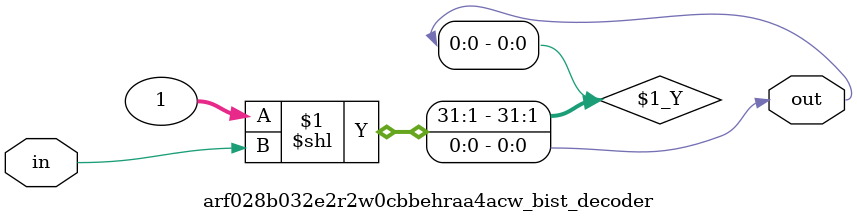
<source format=sv>

`ifndef ARF028B032E2R2W0CBBEHRAA4ACW_BIST_DECODER_SV
`define ARF028B032E2R2W0CBBEHRAA4ACW_BIST_DECODER_SV

module arf028b032e2r2w0cbbehraa4acw_bist_decoder # (
  parameter IN_WIDTH  = 1,
  parameter OUT_WIDTH = 1
)
(
  input  logic [IN_WIDTH-1:0]  in,
  output logic [OUT_WIDTH-1:0] out
);
  
  assign out = 'b1 << in;

endmodule // arf028b032e2r2w0cbbehraa4acw_bist_decoder

`endif // ARF028B032E2R2W0CBBEHRAA4ACW_BIST_DECODER_SV
</source>
